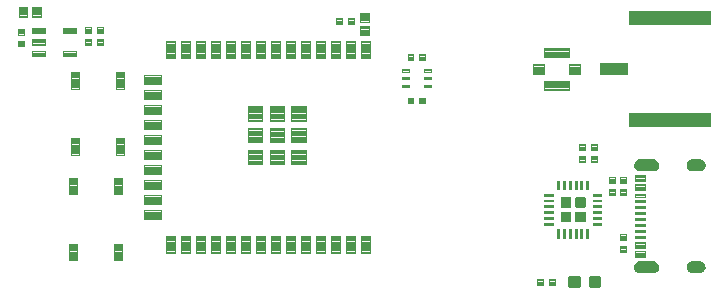
<source format=gtp>
G04 EAGLE Gerber RS-274X export*
G75*
%MOMM*%
%FSLAX34Y34*%
%LPD*%
%INSolderpaste Top*%
%IPPOS*%
%AMOC8*
5,1,8,0,0,1.08239X$1,22.5*%
G01*
%ADD10C,0.102000*%
%ADD11C,0.099000*%
%ADD12C,0.106400*%
%ADD13C,0.099059*%
%ADD14C,0.100000*%
%ADD15R,2.400000X1.100000*%
%ADD16R,7.000000X1.250000*%
%ADD17C,0.300000*%

G36*
X625307Y104196D02*
X625307Y104196D01*
X625311Y104192D01*
X626255Y104411D01*
X626261Y104417D01*
X626266Y104415D01*
X627138Y104839D01*
X627141Y104846D01*
X627147Y104844D01*
X627903Y105451D01*
X627905Y105459D01*
X627911Y105459D01*
X628512Y106219D01*
X628512Y106228D01*
X628518Y106229D01*
X628936Y107104D01*
X628934Y107112D01*
X628939Y107114D01*
X629152Y108060D01*
X629149Y108066D01*
X629151Y108068D01*
X629150Y108069D01*
X629153Y108071D01*
X629149Y109040D01*
X629149Y109041D01*
X629130Y110109D01*
X629125Y110116D01*
X629129Y110120D01*
X628873Y111157D01*
X628866Y111162D01*
X628869Y111168D01*
X628388Y112122D01*
X628381Y112126D01*
X628382Y112131D01*
X627701Y112955D01*
X627693Y112956D01*
X627693Y112962D01*
X626846Y113613D01*
X626838Y113613D01*
X626837Y113619D01*
X625866Y114066D01*
X625858Y114064D01*
X625856Y114069D01*
X624810Y114288D01*
X624808Y114287D01*
X624802Y114287D01*
X624800Y114289D01*
X612800Y114289D01*
X612797Y114287D01*
X612794Y114287D01*
X612792Y114289D01*
X611697Y114109D01*
X611691Y114103D01*
X611686Y114106D01*
X610658Y113687D01*
X610654Y113680D01*
X610649Y113682D01*
X609740Y113045D01*
X609738Y113037D01*
X609732Y113037D01*
X608988Y112214D01*
X608987Y112206D01*
X608981Y112205D01*
X608439Y111237D01*
X608440Y111228D01*
X608434Y111226D01*
X608121Y110162D01*
X608124Y110154D01*
X608119Y110151D01*
X608051Y109043D01*
X608055Y109037D01*
X608051Y109033D01*
X608221Y107925D01*
X608227Y107919D01*
X608224Y107914D01*
X608636Y106872D01*
X608643Y106868D01*
X608641Y106863D01*
X609275Y105938D01*
X609283Y105936D01*
X609282Y105930D01*
X610106Y105170D01*
X610114Y105169D01*
X610114Y105163D01*
X611086Y104606D01*
X611094Y104607D01*
X611096Y104601D01*
X612168Y104274D01*
X612176Y104277D01*
X612179Y104272D01*
X613296Y104191D01*
X613299Y104192D01*
X613300Y104191D01*
X625300Y104191D01*
X625307Y104196D01*
G37*
G36*
X624805Y17794D02*
X624805Y17794D01*
X624808Y17791D01*
X625804Y17949D01*
X625810Y17955D01*
X625815Y17952D01*
X626751Y18327D01*
X626755Y18334D01*
X626761Y18332D01*
X627590Y18906D01*
X627593Y18914D01*
X627598Y18913D01*
X628279Y19657D01*
X628280Y19666D01*
X628286Y19666D01*
X628784Y20543D01*
X628783Y20552D01*
X628788Y20554D01*
X628901Y20929D01*
X629079Y21519D01*
X629079Y21520D01*
X629078Y21522D01*
X629076Y21527D01*
X629081Y21530D01*
X629149Y22537D01*
X629148Y22539D01*
X629149Y22540D01*
X629140Y23621D01*
X629135Y23628D01*
X629139Y23632D01*
X628890Y24684D01*
X628883Y24689D01*
X628886Y24694D01*
X628409Y25664D01*
X628401Y25667D01*
X628403Y25673D01*
X627722Y26512D01*
X627714Y26514D01*
X627714Y26520D01*
X626864Y27186D01*
X626855Y27187D01*
X626854Y27192D01*
X625877Y27653D01*
X625869Y27651D01*
X625866Y27657D01*
X624811Y27888D01*
X624808Y27887D01*
X624802Y27887D01*
X624800Y27889D01*
X612800Y27889D01*
X612797Y27887D01*
X612793Y27887D01*
X612792Y27889D01*
X611686Y27696D01*
X611681Y27690D01*
X611676Y27693D01*
X610641Y27260D01*
X610637Y27253D01*
X610632Y27255D01*
X609719Y26602D01*
X609717Y26594D01*
X609711Y26595D01*
X608967Y25756D01*
X608966Y25747D01*
X608961Y25747D01*
X608422Y24763D01*
X608423Y24755D01*
X608418Y24753D01*
X608402Y24699D01*
X608221Y24059D01*
X608111Y23674D01*
X608114Y23667D01*
X608111Y23665D01*
X608111Y23664D01*
X608109Y23663D01*
X608051Y22543D01*
X608054Y22538D01*
X608051Y22535D01*
X608169Y21489D01*
X608175Y21483D01*
X608171Y21478D01*
X608519Y20484D01*
X608526Y20480D01*
X608524Y20475D01*
X609084Y19583D01*
X609091Y19581D01*
X609091Y19575D01*
X609835Y18831D01*
X609843Y18829D01*
X609843Y18824D01*
X610735Y18264D01*
X610743Y18264D01*
X610744Y18259D01*
X611738Y17911D01*
X611746Y17914D01*
X611749Y17909D01*
X612795Y17791D01*
X612798Y17793D01*
X612800Y17791D01*
X624800Y17791D01*
X624805Y17794D01*
G37*
G36*
X664106Y104195D02*
X664106Y104195D01*
X664109Y104192D01*
X665190Y104404D01*
X665195Y104410D01*
X665200Y104407D01*
X666206Y104854D01*
X666210Y104861D01*
X666216Y104859D01*
X667097Y105519D01*
X667100Y105527D01*
X667105Y105527D01*
X667818Y106366D01*
X667818Y106374D01*
X667824Y106375D01*
X668332Y107352D01*
X668331Y107360D01*
X668336Y107362D01*
X668614Y108427D01*
X668611Y108435D01*
X668615Y108438D01*
X668649Y109539D01*
X668646Y109544D01*
X668649Y109547D01*
X668494Y110623D01*
X668488Y110628D01*
X668491Y110633D01*
X668101Y111647D01*
X668094Y111651D01*
X668096Y111657D01*
X667489Y112559D01*
X667481Y112561D01*
X667482Y112567D01*
X666690Y113311D01*
X666682Y113312D01*
X666682Y113318D01*
X665744Y113867D01*
X665736Y113866D01*
X665734Y113872D01*
X664698Y114199D01*
X664690Y114196D01*
X664687Y114201D01*
X663604Y114289D01*
X663601Y114287D01*
X663600Y114289D01*
X657600Y114289D01*
X657597Y114287D01*
X657595Y114287D01*
X657594Y114289D01*
X656461Y114139D01*
X656455Y114133D01*
X656450Y114136D01*
X655380Y113738D01*
X655376Y113731D01*
X655370Y113733D01*
X654415Y113106D01*
X654412Y113098D01*
X654407Y113099D01*
X653615Y112276D01*
X653614Y112268D01*
X653608Y112267D01*
X653019Y111288D01*
X653020Y111280D01*
X653015Y111278D01*
X652659Y110193D01*
X652662Y110185D01*
X652657Y110182D01*
X652551Y109045D01*
X652556Y109036D01*
X652552Y109031D01*
X652759Y107894D01*
X652765Y107888D01*
X652762Y107883D01*
X653217Y106821D01*
X653224Y106817D01*
X653222Y106811D01*
X653902Y105876D01*
X653910Y105874D01*
X653909Y105868D01*
X654780Y105108D01*
X654788Y105108D01*
X654789Y105102D01*
X655808Y104555D01*
X655816Y104556D01*
X655818Y104551D01*
X656932Y104244D01*
X656940Y104247D01*
X656943Y104242D01*
X658098Y104191D01*
X658099Y104192D01*
X658100Y104191D01*
X664100Y104191D01*
X664106Y104195D01*
G37*
G36*
X663604Y17794D02*
X663604Y17794D01*
X663606Y17791D01*
X664739Y17941D01*
X664745Y17947D01*
X664750Y17944D01*
X665820Y18342D01*
X665824Y18349D01*
X665830Y18347D01*
X666785Y18974D01*
X666788Y18982D01*
X666793Y18981D01*
X667585Y19804D01*
X667586Y19812D01*
X667592Y19813D01*
X668181Y20792D01*
X668180Y20800D01*
X668185Y20802D01*
X668541Y21887D01*
X668539Y21895D01*
X668543Y21898D01*
X668649Y23035D01*
X668645Y23042D01*
X668649Y23047D01*
X668504Y24134D01*
X668498Y24140D01*
X668501Y24145D01*
X668118Y25173D01*
X668111Y25178D01*
X668113Y25183D01*
X667510Y26100D01*
X667502Y26103D01*
X667503Y26109D01*
X666711Y26869D01*
X666703Y26870D01*
X666702Y26876D01*
X665761Y27440D01*
X665753Y27439D01*
X665751Y27445D01*
X664708Y27786D01*
X664700Y27784D01*
X664697Y27788D01*
X663605Y27889D01*
X663602Y27887D01*
X663600Y27889D01*
X657600Y27889D01*
X657597Y27887D01*
X657596Y27889D01*
X656503Y27788D01*
X656497Y27783D01*
X656492Y27786D01*
X655449Y27445D01*
X655444Y27438D01*
X655439Y27440D01*
X654498Y26876D01*
X654495Y26868D01*
X654489Y26869D01*
X653697Y26109D01*
X653696Y26101D01*
X653690Y26100D01*
X653088Y25183D01*
X653088Y25175D01*
X653083Y25173D01*
X652699Y24145D01*
X652701Y24137D01*
X652696Y24134D01*
X652551Y23047D01*
X652555Y23039D01*
X652551Y23035D01*
X652657Y21898D01*
X652662Y21892D01*
X652659Y21887D01*
X653015Y20802D01*
X653022Y20797D01*
X653019Y20792D01*
X653608Y19813D01*
X653616Y19810D01*
X653615Y19804D01*
X654407Y18981D01*
X654415Y18980D01*
X654415Y18974D01*
X655370Y18347D01*
X655378Y18348D01*
X655380Y18342D01*
X656450Y17944D01*
X656458Y17946D01*
X656461Y17941D01*
X657594Y17791D01*
X657598Y17794D01*
X657600Y17791D01*
X663600Y17791D01*
X663604Y17794D01*
G37*
G36*
X554005Y73177D02*
X554005Y73177D01*
X554071Y73179D01*
X554114Y73197D01*
X554161Y73205D01*
X554218Y73239D01*
X554278Y73264D01*
X554313Y73295D01*
X554354Y73320D01*
X554396Y73371D01*
X554444Y73415D01*
X554466Y73457D01*
X554495Y73494D01*
X554516Y73556D01*
X554547Y73615D01*
X554555Y73669D01*
X554567Y73706D01*
X554566Y73746D01*
X554574Y73800D01*
X554574Y81300D01*
X554563Y81365D01*
X554561Y81431D01*
X554543Y81474D01*
X554535Y81521D01*
X554501Y81578D01*
X554476Y81638D01*
X554445Y81673D01*
X554420Y81714D01*
X554369Y81756D01*
X554325Y81804D01*
X554283Y81826D01*
X554246Y81855D01*
X554184Y81876D01*
X554125Y81907D01*
X554071Y81915D01*
X554034Y81927D01*
X553994Y81926D01*
X553940Y81934D01*
X546440Y81934D01*
X546375Y81923D01*
X546309Y81921D01*
X546266Y81903D01*
X546219Y81895D01*
X546162Y81861D01*
X546102Y81836D01*
X546067Y81805D01*
X546026Y81780D01*
X545985Y81729D01*
X545936Y81685D01*
X545914Y81643D01*
X545885Y81606D01*
X545864Y81544D01*
X545833Y81485D01*
X545825Y81431D01*
X545813Y81394D01*
X545814Y81354D01*
X545806Y81300D01*
X545806Y73800D01*
X545817Y73735D01*
X545819Y73669D01*
X545837Y73626D01*
X545845Y73579D01*
X545879Y73522D01*
X545904Y73462D01*
X545935Y73427D01*
X545960Y73386D01*
X546011Y73345D01*
X546055Y73296D01*
X546097Y73274D01*
X546134Y73245D01*
X546196Y73224D01*
X546255Y73193D01*
X546309Y73185D01*
X546346Y73173D01*
X546386Y73174D01*
X546440Y73166D01*
X553940Y73166D01*
X554005Y73177D01*
G37*
G36*
X566505Y73177D02*
X566505Y73177D01*
X566571Y73179D01*
X566614Y73197D01*
X566661Y73205D01*
X566718Y73239D01*
X566778Y73264D01*
X566813Y73295D01*
X566854Y73320D01*
X566896Y73371D01*
X566944Y73415D01*
X566966Y73457D01*
X566995Y73494D01*
X567016Y73556D01*
X567047Y73615D01*
X567055Y73669D01*
X567067Y73706D01*
X567066Y73746D01*
X567074Y73800D01*
X567074Y81300D01*
X567063Y81365D01*
X567061Y81431D01*
X567043Y81474D01*
X567035Y81521D01*
X567001Y81578D01*
X566976Y81638D01*
X566945Y81673D01*
X566920Y81714D01*
X566869Y81756D01*
X566825Y81804D01*
X566783Y81826D01*
X566746Y81855D01*
X566684Y81876D01*
X566625Y81907D01*
X566571Y81915D01*
X566534Y81927D01*
X566494Y81926D01*
X566440Y81934D01*
X558940Y81934D01*
X558875Y81923D01*
X558809Y81921D01*
X558766Y81903D01*
X558719Y81895D01*
X558662Y81861D01*
X558602Y81836D01*
X558567Y81805D01*
X558526Y81780D01*
X558485Y81729D01*
X558436Y81685D01*
X558414Y81643D01*
X558385Y81606D01*
X558364Y81544D01*
X558333Y81485D01*
X558325Y81431D01*
X558313Y81394D01*
X558314Y81354D01*
X558306Y81300D01*
X558306Y73800D01*
X558317Y73735D01*
X558319Y73669D01*
X558337Y73626D01*
X558345Y73579D01*
X558379Y73522D01*
X558404Y73462D01*
X558435Y73427D01*
X558460Y73386D01*
X558511Y73345D01*
X558555Y73296D01*
X558597Y73274D01*
X558634Y73245D01*
X558696Y73224D01*
X558755Y73193D01*
X558809Y73185D01*
X558846Y73173D01*
X558886Y73174D01*
X558940Y73166D01*
X566440Y73166D01*
X566505Y73177D01*
G37*
G36*
X566505Y60677D02*
X566505Y60677D01*
X566571Y60679D01*
X566614Y60697D01*
X566661Y60705D01*
X566718Y60739D01*
X566778Y60764D01*
X566813Y60795D01*
X566854Y60820D01*
X566896Y60871D01*
X566944Y60915D01*
X566966Y60957D01*
X566995Y60994D01*
X567016Y61056D01*
X567047Y61115D01*
X567055Y61169D01*
X567067Y61206D01*
X567066Y61246D01*
X567074Y61300D01*
X567074Y68800D01*
X567063Y68865D01*
X567061Y68931D01*
X567043Y68974D01*
X567035Y69021D01*
X567001Y69078D01*
X566976Y69138D01*
X566945Y69173D01*
X566920Y69214D01*
X566869Y69256D01*
X566825Y69304D01*
X566783Y69326D01*
X566746Y69355D01*
X566684Y69376D01*
X566625Y69407D01*
X566571Y69415D01*
X566534Y69427D01*
X566494Y69426D01*
X566440Y69434D01*
X558940Y69434D01*
X558875Y69423D01*
X558809Y69421D01*
X558766Y69403D01*
X558719Y69395D01*
X558662Y69361D01*
X558602Y69336D01*
X558567Y69305D01*
X558526Y69280D01*
X558485Y69229D01*
X558436Y69185D01*
X558414Y69143D01*
X558385Y69106D01*
X558364Y69044D01*
X558333Y68985D01*
X558325Y68931D01*
X558313Y68894D01*
X558314Y68854D01*
X558306Y68800D01*
X558306Y61300D01*
X558317Y61235D01*
X558319Y61169D01*
X558337Y61126D01*
X558345Y61079D01*
X558379Y61022D01*
X558404Y60962D01*
X558435Y60927D01*
X558460Y60886D01*
X558511Y60845D01*
X558555Y60796D01*
X558597Y60774D01*
X558634Y60745D01*
X558696Y60724D01*
X558755Y60693D01*
X558809Y60685D01*
X558846Y60673D01*
X558886Y60674D01*
X558940Y60666D01*
X566440Y60666D01*
X566505Y60677D01*
G37*
G36*
X554005Y60677D02*
X554005Y60677D01*
X554071Y60679D01*
X554114Y60697D01*
X554161Y60705D01*
X554218Y60739D01*
X554278Y60764D01*
X554313Y60795D01*
X554354Y60820D01*
X554396Y60871D01*
X554444Y60915D01*
X554466Y60957D01*
X554495Y60994D01*
X554516Y61056D01*
X554547Y61115D01*
X554555Y61169D01*
X554567Y61206D01*
X554566Y61246D01*
X554574Y61300D01*
X554574Y68800D01*
X554563Y68865D01*
X554561Y68931D01*
X554543Y68974D01*
X554535Y69021D01*
X554501Y69078D01*
X554476Y69138D01*
X554445Y69173D01*
X554420Y69214D01*
X554369Y69256D01*
X554325Y69304D01*
X554283Y69326D01*
X554246Y69355D01*
X554184Y69376D01*
X554125Y69407D01*
X554071Y69415D01*
X554034Y69427D01*
X553994Y69426D01*
X553940Y69434D01*
X546440Y69434D01*
X546375Y69423D01*
X546309Y69421D01*
X546266Y69403D01*
X546219Y69395D01*
X546162Y69361D01*
X546102Y69336D01*
X546067Y69305D01*
X546026Y69280D01*
X545985Y69229D01*
X545936Y69185D01*
X545914Y69143D01*
X545885Y69106D01*
X545864Y69044D01*
X545833Y68985D01*
X545825Y68931D01*
X545813Y68894D01*
X545814Y68854D01*
X545806Y68800D01*
X545806Y61300D01*
X545817Y61235D01*
X545819Y61169D01*
X545837Y61126D01*
X545845Y61079D01*
X545879Y61022D01*
X545904Y60962D01*
X545935Y60927D01*
X545960Y60886D01*
X546011Y60845D01*
X546055Y60796D01*
X546097Y60774D01*
X546134Y60745D01*
X546196Y60724D01*
X546255Y60693D01*
X546309Y60685D01*
X546346Y60673D01*
X546386Y60674D01*
X546440Y60666D01*
X553940Y60666D01*
X554005Y60677D01*
G37*
G36*
X565187Y87887D02*
X565187Y87887D01*
X565182Y87894D01*
X565189Y87900D01*
X565189Y95700D01*
X565153Y95747D01*
X565146Y95742D01*
X565140Y95749D01*
X562740Y95749D01*
X562693Y95713D01*
X562698Y95706D01*
X562691Y95700D01*
X562691Y87900D01*
X562727Y87853D01*
X562734Y87858D01*
X562740Y87851D01*
X565140Y87851D01*
X565187Y87887D01*
G37*
G36*
X555187Y87887D02*
X555187Y87887D01*
X555182Y87894D01*
X555189Y87900D01*
X555189Y95700D01*
X555153Y95747D01*
X555146Y95742D01*
X555140Y95749D01*
X552740Y95749D01*
X552693Y95713D01*
X552698Y95706D01*
X552691Y95700D01*
X552691Y87900D01*
X552727Y87853D01*
X552734Y87858D01*
X552740Y87851D01*
X555140Y87851D01*
X555187Y87887D01*
G37*
G36*
X560187Y87887D02*
X560187Y87887D01*
X560182Y87894D01*
X560189Y87900D01*
X560189Y95700D01*
X560153Y95747D01*
X560146Y95742D01*
X560140Y95749D01*
X557740Y95749D01*
X557693Y95713D01*
X557698Y95706D01*
X557691Y95700D01*
X557691Y87900D01*
X557727Y87853D01*
X557734Y87858D01*
X557740Y87851D01*
X560140Y87851D01*
X560187Y87887D01*
G37*
G36*
X545187Y87887D02*
X545187Y87887D01*
X545182Y87894D01*
X545189Y87900D01*
X545189Y95700D01*
X545153Y95747D01*
X545146Y95742D01*
X545140Y95749D01*
X542740Y95749D01*
X542693Y95713D01*
X542698Y95706D01*
X542691Y95700D01*
X542691Y87900D01*
X542727Y87853D01*
X542734Y87858D01*
X542740Y87851D01*
X545140Y87851D01*
X545187Y87887D01*
G37*
G36*
X550187Y87887D02*
X550187Y87887D01*
X550182Y87894D01*
X550189Y87900D01*
X550189Y95700D01*
X550153Y95747D01*
X550146Y95742D01*
X550140Y95749D01*
X547740Y95749D01*
X547693Y95713D01*
X547698Y95706D01*
X547691Y95700D01*
X547691Y87900D01*
X547727Y87853D01*
X547734Y87858D01*
X547740Y87851D01*
X550140Y87851D01*
X550187Y87887D01*
G37*
G36*
X570187Y87887D02*
X570187Y87887D01*
X570182Y87894D01*
X570189Y87900D01*
X570189Y95700D01*
X570153Y95747D01*
X570146Y95742D01*
X570140Y95749D01*
X567740Y95749D01*
X567693Y95713D01*
X567698Y95706D01*
X567691Y95700D01*
X567691Y87900D01*
X567727Y87853D01*
X567734Y87858D01*
X567740Y87851D01*
X570140Y87851D01*
X570187Y87887D01*
G37*
G36*
X539887Y82587D02*
X539887Y82587D01*
X539882Y82594D01*
X539889Y82600D01*
X539889Y85000D01*
X539853Y85047D01*
X539846Y85042D01*
X539840Y85049D01*
X532040Y85049D01*
X531993Y85013D01*
X531998Y85006D01*
X531991Y85000D01*
X531991Y82600D01*
X532027Y82553D01*
X532034Y82558D01*
X532040Y82551D01*
X539840Y82551D01*
X539887Y82587D01*
G37*
G36*
X580887Y82587D02*
X580887Y82587D01*
X580882Y82594D01*
X580889Y82600D01*
X580889Y85000D01*
X580853Y85047D01*
X580846Y85042D01*
X580840Y85049D01*
X573040Y85049D01*
X572993Y85013D01*
X572998Y85006D01*
X572991Y85000D01*
X572991Y82600D01*
X573027Y82553D01*
X573034Y82558D01*
X573040Y82551D01*
X580840Y82551D01*
X580887Y82587D01*
G37*
G36*
X580887Y77587D02*
X580887Y77587D01*
X580882Y77594D01*
X580889Y77600D01*
X580889Y80000D01*
X580853Y80047D01*
X580846Y80042D01*
X580840Y80049D01*
X573040Y80049D01*
X572993Y80013D01*
X572998Y80006D01*
X572991Y80000D01*
X572991Y77600D01*
X573027Y77553D01*
X573034Y77558D01*
X573040Y77551D01*
X580840Y77551D01*
X580887Y77587D01*
G37*
G36*
X539887Y77587D02*
X539887Y77587D01*
X539882Y77594D01*
X539889Y77600D01*
X539889Y80000D01*
X539853Y80047D01*
X539846Y80042D01*
X539840Y80049D01*
X532040Y80049D01*
X531993Y80013D01*
X531998Y80006D01*
X531991Y80000D01*
X531991Y77600D01*
X532027Y77553D01*
X532034Y77558D01*
X532040Y77551D01*
X539840Y77551D01*
X539887Y77587D01*
G37*
G36*
X539887Y72587D02*
X539887Y72587D01*
X539882Y72594D01*
X539889Y72600D01*
X539889Y75000D01*
X539853Y75047D01*
X539846Y75042D01*
X539840Y75049D01*
X532040Y75049D01*
X531993Y75013D01*
X531998Y75006D01*
X531991Y75000D01*
X531991Y72600D01*
X532027Y72553D01*
X532034Y72558D01*
X532040Y72551D01*
X539840Y72551D01*
X539887Y72587D01*
G37*
G36*
X580887Y72587D02*
X580887Y72587D01*
X580882Y72594D01*
X580889Y72600D01*
X580889Y75000D01*
X580853Y75047D01*
X580846Y75042D01*
X580840Y75049D01*
X573040Y75049D01*
X572993Y75013D01*
X572998Y75006D01*
X572991Y75000D01*
X572991Y72600D01*
X573027Y72553D01*
X573034Y72558D01*
X573040Y72551D01*
X580840Y72551D01*
X580887Y72587D01*
G37*
G36*
X539887Y67587D02*
X539887Y67587D01*
X539882Y67594D01*
X539889Y67600D01*
X539889Y70000D01*
X539853Y70047D01*
X539846Y70042D01*
X539840Y70049D01*
X532040Y70049D01*
X531993Y70013D01*
X531998Y70006D01*
X531991Y70000D01*
X531991Y67600D01*
X532027Y67553D01*
X532034Y67558D01*
X532040Y67551D01*
X539840Y67551D01*
X539887Y67587D01*
G37*
G36*
X580887Y67587D02*
X580887Y67587D01*
X580882Y67594D01*
X580889Y67600D01*
X580889Y70000D01*
X580853Y70047D01*
X580846Y70042D01*
X580840Y70049D01*
X573040Y70049D01*
X572993Y70013D01*
X572998Y70006D01*
X572991Y70000D01*
X572991Y67600D01*
X573027Y67553D01*
X573034Y67558D01*
X573040Y67551D01*
X580840Y67551D01*
X580887Y67587D01*
G37*
G36*
X580887Y62587D02*
X580887Y62587D01*
X580882Y62594D01*
X580889Y62600D01*
X580889Y65000D01*
X580853Y65047D01*
X580846Y65042D01*
X580840Y65049D01*
X573040Y65049D01*
X572993Y65013D01*
X572998Y65006D01*
X572991Y65000D01*
X572991Y62600D01*
X573027Y62553D01*
X573034Y62558D01*
X573040Y62551D01*
X580840Y62551D01*
X580887Y62587D01*
G37*
G36*
X539887Y62587D02*
X539887Y62587D01*
X539882Y62594D01*
X539889Y62600D01*
X539889Y65000D01*
X539853Y65047D01*
X539846Y65042D01*
X539840Y65049D01*
X532040Y65049D01*
X531993Y65013D01*
X531998Y65006D01*
X531991Y65000D01*
X531991Y62600D01*
X532027Y62553D01*
X532034Y62558D01*
X532040Y62551D01*
X539840Y62551D01*
X539887Y62587D01*
G37*
G36*
X580887Y57587D02*
X580887Y57587D01*
X580882Y57594D01*
X580889Y57600D01*
X580889Y60000D01*
X580853Y60047D01*
X580846Y60042D01*
X580840Y60049D01*
X573040Y60049D01*
X572993Y60013D01*
X572998Y60006D01*
X572991Y60000D01*
X572991Y57600D01*
X573027Y57553D01*
X573034Y57558D01*
X573040Y57551D01*
X580840Y57551D01*
X580887Y57587D01*
G37*
G36*
X539887Y57587D02*
X539887Y57587D01*
X539882Y57594D01*
X539889Y57600D01*
X539889Y60000D01*
X539853Y60047D01*
X539846Y60042D01*
X539840Y60049D01*
X532040Y60049D01*
X531993Y60013D01*
X531998Y60006D01*
X531991Y60000D01*
X531991Y57600D01*
X532027Y57553D01*
X532034Y57558D01*
X532040Y57551D01*
X539840Y57551D01*
X539887Y57587D01*
G37*
G36*
X565187Y46887D02*
X565187Y46887D01*
X565182Y46894D01*
X565189Y46900D01*
X565189Y54700D01*
X565153Y54747D01*
X565146Y54742D01*
X565140Y54749D01*
X562740Y54749D01*
X562693Y54713D01*
X562698Y54706D01*
X562691Y54700D01*
X562691Y46900D01*
X562727Y46853D01*
X562734Y46858D01*
X562740Y46851D01*
X565140Y46851D01*
X565187Y46887D01*
G37*
G36*
X555187Y46887D02*
X555187Y46887D01*
X555182Y46894D01*
X555189Y46900D01*
X555189Y54700D01*
X555153Y54747D01*
X555146Y54742D01*
X555140Y54749D01*
X552740Y54749D01*
X552693Y54713D01*
X552698Y54706D01*
X552691Y54700D01*
X552691Y46900D01*
X552727Y46853D01*
X552734Y46858D01*
X552740Y46851D01*
X555140Y46851D01*
X555187Y46887D01*
G37*
G36*
X545187Y46887D02*
X545187Y46887D01*
X545182Y46894D01*
X545189Y46900D01*
X545189Y54700D01*
X545153Y54747D01*
X545146Y54742D01*
X545140Y54749D01*
X542740Y54749D01*
X542693Y54713D01*
X542698Y54706D01*
X542691Y54700D01*
X542691Y46900D01*
X542727Y46853D01*
X542734Y46858D01*
X542740Y46851D01*
X545140Y46851D01*
X545187Y46887D01*
G37*
G36*
X550187Y46887D02*
X550187Y46887D01*
X550182Y46894D01*
X550189Y46900D01*
X550189Y54700D01*
X550153Y54747D01*
X550146Y54742D01*
X550140Y54749D01*
X547740Y54749D01*
X547693Y54713D01*
X547698Y54706D01*
X547691Y54700D01*
X547691Y46900D01*
X547727Y46853D01*
X547734Y46858D01*
X547740Y46851D01*
X550140Y46851D01*
X550187Y46887D01*
G37*
G36*
X570187Y46887D02*
X570187Y46887D01*
X570182Y46894D01*
X570189Y46900D01*
X570189Y54700D01*
X570153Y54747D01*
X570146Y54742D01*
X570140Y54749D01*
X567740Y54749D01*
X567693Y54713D01*
X567698Y54706D01*
X567691Y54700D01*
X567691Y46900D01*
X567727Y46853D01*
X567734Y46858D01*
X567740Y46851D01*
X570140Y46851D01*
X570187Y46887D01*
G37*
G36*
X560187Y46887D02*
X560187Y46887D01*
X560182Y46894D01*
X560189Y46900D01*
X560189Y54700D01*
X560153Y54747D01*
X560146Y54742D01*
X560140Y54749D01*
X557740Y54749D01*
X557693Y54713D01*
X557698Y54706D01*
X557691Y54700D01*
X557691Y46900D01*
X557727Y46853D01*
X557734Y46858D01*
X557740Y46851D01*
X560140Y46851D01*
X560187Y46887D01*
G37*
D10*
X421259Y198170D02*
X416279Y198170D01*
X416279Y203150D01*
X421259Y203150D01*
X421259Y198170D01*
X421259Y199139D02*
X416279Y199139D01*
X416279Y200108D02*
X421259Y200108D01*
X421259Y201077D02*
X416279Y201077D01*
X416279Y202046D02*
X421259Y202046D01*
X421259Y203015D02*
X416279Y203015D01*
X426279Y198170D02*
X431259Y198170D01*
X426279Y198170D02*
X426279Y203150D01*
X431259Y203150D01*
X431259Y198170D01*
X431259Y199139D02*
X426279Y199139D01*
X426279Y200108D02*
X431259Y200108D01*
X431259Y201077D02*
X426279Y201077D01*
X426279Y202046D02*
X431259Y202046D01*
X431259Y203015D02*
X426279Y203015D01*
X426279Y166320D02*
X431259Y166320D01*
X431259Y161340D01*
X426279Y161340D01*
X426279Y166320D01*
X426279Y162309D02*
X431259Y162309D01*
X431259Y163278D02*
X426279Y163278D01*
X426279Y164247D02*
X431259Y164247D01*
X431259Y165216D02*
X426279Y165216D01*
X426279Y166185D02*
X431259Y166185D01*
X421259Y166320D02*
X416279Y166320D01*
X421259Y166320D02*
X421259Y161340D01*
X416279Y161340D01*
X416279Y166320D01*
X416279Y162309D02*
X421259Y162309D01*
X421259Y163278D02*
X416279Y163278D01*
X416279Y164247D02*
X421259Y164247D01*
X421259Y165216D02*
X416279Y165216D01*
X416279Y166185D02*
X421259Y166185D01*
X430279Y175390D02*
X430279Y177370D01*
X435859Y177370D01*
X435859Y175390D01*
X430279Y175390D01*
X430279Y176359D02*
X435859Y176359D01*
X435859Y177328D02*
X430279Y177328D01*
X417459Y181890D02*
X417459Y183870D01*
X417459Y181890D02*
X411879Y181890D01*
X411879Y183870D01*
X417459Y183870D01*
X417459Y182859D02*
X411879Y182859D01*
X411879Y183828D02*
X417459Y183828D01*
X417459Y188390D02*
X417459Y190370D01*
X417459Y188390D02*
X411879Y188390D01*
X411879Y190370D01*
X417459Y190370D01*
X417459Y189359D02*
X411879Y189359D01*
X411879Y190328D02*
X417459Y190328D01*
X417459Y177370D02*
X417459Y175390D01*
X411879Y175390D01*
X411879Y177370D01*
X417459Y177370D01*
X417459Y176359D02*
X411879Y176359D01*
X411879Y177328D02*
X417459Y177328D01*
X430279Y181890D02*
X430279Y183870D01*
X435859Y183870D01*
X435859Y181890D01*
X430279Y181890D01*
X430279Y182859D02*
X435859Y182859D01*
X435859Y183828D02*
X430279Y183828D01*
X430279Y188390D02*
X430279Y190370D01*
X435859Y190370D01*
X435859Y188390D01*
X430279Y188390D01*
X430279Y189359D02*
X435859Y189359D01*
X435859Y190328D02*
X430279Y190328D01*
X153720Y220950D02*
X153720Y225930D01*
X158700Y225930D01*
X158700Y220950D01*
X153720Y220950D01*
X153720Y221919D02*
X158700Y221919D01*
X158700Y222888D02*
X153720Y222888D01*
X153720Y223857D02*
X158700Y223857D01*
X158700Y224826D02*
X153720Y224826D01*
X153720Y225795D02*
X158700Y225795D01*
X153720Y215930D02*
X153720Y210950D01*
X153720Y215930D02*
X158700Y215930D01*
X158700Y210950D01*
X153720Y210950D01*
X153720Y211919D02*
X158700Y211919D01*
X158700Y212888D02*
X153720Y212888D01*
X153720Y213857D02*
X158700Y213857D01*
X158700Y214826D02*
X153720Y214826D01*
X153720Y215795D02*
X158700Y215795D01*
X148540Y215930D02*
X148540Y210950D01*
X143560Y210950D01*
X143560Y215930D01*
X148540Y215930D01*
X148540Y211919D02*
X143560Y211919D01*
X143560Y212888D02*
X148540Y212888D01*
X148540Y213857D02*
X143560Y213857D01*
X143560Y214826D02*
X148540Y214826D01*
X148540Y215795D02*
X143560Y215795D01*
X148540Y220950D02*
X148540Y225930D01*
X148540Y220950D02*
X143560Y220950D01*
X143560Y225930D01*
X148540Y225930D01*
X148540Y221919D02*
X143560Y221919D01*
X143560Y222888D02*
X148540Y222888D01*
X148540Y223857D02*
X143560Y223857D01*
X143560Y224826D02*
X148540Y224826D01*
X148540Y225795D02*
X143560Y225795D01*
D11*
X98334Y225115D02*
X98334Y220605D01*
X98334Y225115D02*
X109344Y225115D01*
X109344Y220605D01*
X98334Y220605D01*
X98334Y221545D02*
X109344Y221545D01*
X109344Y222485D02*
X98334Y222485D01*
X98334Y223425D02*
X109344Y223425D01*
X109344Y224365D02*
X98334Y224365D01*
X98334Y215615D02*
X98334Y211105D01*
X98334Y215615D02*
X109344Y215615D01*
X109344Y211105D01*
X98334Y211105D01*
X98334Y212045D02*
X109344Y212045D01*
X109344Y212985D02*
X98334Y212985D01*
X98334Y213925D02*
X109344Y213925D01*
X109344Y214865D02*
X98334Y214865D01*
X98334Y206115D02*
X98334Y201605D01*
X98334Y206115D02*
X109344Y206115D01*
X109344Y201605D01*
X98334Y201605D01*
X98334Y202545D02*
X109344Y202545D01*
X109344Y203485D02*
X98334Y203485D01*
X98334Y204425D02*
X109344Y204425D01*
X109344Y205365D02*
X98334Y205365D01*
X124336Y206115D02*
X124336Y201605D01*
X124336Y206115D02*
X135346Y206115D01*
X135346Y201605D01*
X124336Y201605D01*
X124336Y202545D02*
X135346Y202545D01*
X135346Y203485D02*
X124336Y203485D01*
X124336Y204425D02*
X135346Y204425D01*
X135346Y205365D02*
X124336Y205365D01*
X124336Y220605D02*
X124336Y225115D01*
X135346Y225115D01*
X135346Y220605D01*
X124336Y220605D01*
X124336Y221545D02*
X135346Y221545D01*
X135346Y222485D02*
X124336Y222485D01*
X124336Y223425D02*
X135346Y223425D01*
X135346Y224365D02*
X124336Y224365D01*
D10*
X86410Y224660D02*
X86410Y219680D01*
X86410Y224660D02*
X91390Y224660D01*
X91390Y219680D01*
X86410Y219680D01*
X86410Y220649D02*
X91390Y220649D01*
X91390Y221618D02*
X86410Y221618D01*
X86410Y222587D02*
X91390Y222587D01*
X91390Y223556D02*
X86410Y223556D01*
X86410Y224525D02*
X91390Y224525D01*
X86410Y214660D02*
X86410Y209680D01*
X86410Y214660D02*
X91390Y214660D01*
X91390Y209680D01*
X86410Y209680D01*
X86410Y210649D02*
X91390Y210649D01*
X91390Y211618D02*
X86410Y211618D01*
X86410Y212587D02*
X91390Y212587D01*
X91390Y213556D02*
X86410Y213556D01*
X86410Y214525D02*
X91390Y214525D01*
X98580Y242750D02*
X106060Y242750D01*
X106060Y234770D01*
X98580Y234770D01*
X98580Y242750D01*
X98580Y235739D02*
X106060Y235739D01*
X106060Y236708D02*
X98580Y236708D01*
X98580Y237677D02*
X106060Y237677D01*
X106060Y238646D02*
X98580Y238646D01*
X98580Y239615D02*
X106060Y239615D01*
X106060Y240584D02*
X98580Y240584D01*
X98580Y241553D02*
X106060Y241553D01*
X106060Y242522D02*
X98580Y242522D01*
X94460Y242750D02*
X86980Y242750D01*
X94460Y242750D02*
X94460Y234770D01*
X86980Y234770D01*
X86980Y242750D01*
X86980Y235739D02*
X94460Y235739D01*
X94460Y236708D02*
X86980Y236708D01*
X86980Y237677D02*
X94460Y237677D01*
X94460Y238646D02*
X86980Y238646D01*
X86980Y239615D02*
X94460Y239615D01*
X94460Y240584D02*
X86980Y240584D01*
X86980Y241553D02*
X94460Y241553D01*
X94460Y242522D02*
X86980Y242522D01*
X355730Y228650D02*
X360710Y228650D01*
X355730Y228650D02*
X355730Y233630D01*
X360710Y233630D01*
X360710Y228650D01*
X360710Y229619D02*
X355730Y229619D01*
X355730Y230588D02*
X360710Y230588D01*
X360710Y231557D02*
X355730Y231557D01*
X355730Y232526D02*
X360710Y232526D01*
X360710Y233495D02*
X355730Y233495D01*
X365730Y228650D02*
X370710Y228650D01*
X365730Y228650D02*
X365730Y233630D01*
X370710Y233630D01*
X370710Y228650D01*
X370710Y229619D02*
X365730Y229619D01*
X365730Y230588D02*
X370710Y230588D01*
X370710Y231557D02*
X365730Y231557D01*
X365730Y232526D02*
X370710Y232526D01*
X370710Y233495D02*
X365730Y233495D01*
D11*
X376525Y199835D02*
X384535Y199835D01*
X376525Y199835D02*
X376525Y213845D01*
X384535Y213845D01*
X384535Y199835D01*
X384535Y200775D02*
X376525Y200775D01*
X376525Y201715D02*
X384535Y201715D01*
X384535Y202655D02*
X376525Y202655D01*
X376525Y203595D02*
X384535Y203595D01*
X384535Y204535D02*
X376525Y204535D01*
X376525Y205475D02*
X384535Y205475D01*
X384535Y206415D02*
X376525Y206415D01*
X376525Y207355D02*
X384535Y207355D01*
X384535Y208295D02*
X376525Y208295D01*
X376525Y209235D02*
X384535Y209235D01*
X384535Y210175D02*
X376525Y210175D01*
X376525Y211115D02*
X384535Y211115D01*
X384535Y212055D02*
X376525Y212055D01*
X376525Y212995D02*
X384535Y212995D01*
X371835Y199835D02*
X363825Y199835D01*
X363825Y213845D01*
X371835Y213845D01*
X371835Y199835D01*
X371835Y200775D02*
X363825Y200775D01*
X363825Y201715D02*
X371835Y201715D01*
X371835Y202655D02*
X363825Y202655D01*
X363825Y203595D02*
X371835Y203595D01*
X371835Y204535D02*
X363825Y204535D01*
X363825Y205475D02*
X371835Y205475D01*
X371835Y206415D02*
X363825Y206415D01*
X363825Y207355D02*
X371835Y207355D01*
X371835Y208295D02*
X363825Y208295D01*
X363825Y209235D02*
X371835Y209235D01*
X371835Y210175D02*
X363825Y210175D01*
X363825Y211115D02*
X371835Y211115D01*
X371835Y212055D02*
X363825Y212055D01*
X363825Y212995D02*
X371835Y212995D01*
X359135Y199835D02*
X351125Y199835D01*
X351125Y213845D01*
X359135Y213845D01*
X359135Y199835D01*
X359135Y200775D02*
X351125Y200775D01*
X351125Y201715D02*
X359135Y201715D01*
X359135Y202655D02*
X351125Y202655D01*
X351125Y203595D02*
X359135Y203595D01*
X359135Y204535D02*
X351125Y204535D01*
X351125Y205475D02*
X359135Y205475D01*
X359135Y206415D02*
X351125Y206415D01*
X351125Y207355D02*
X359135Y207355D01*
X359135Y208295D02*
X351125Y208295D01*
X351125Y209235D02*
X359135Y209235D01*
X359135Y210175D02*
X351125Y210175D01*
X351125Y211115D02*
X359135Y211115D01*
X359135Y212055D02*
X351125Y212055D01*
X351125Y212995D02*
X359135Y212995D01*
X346435Y199835D02*
X338425Y199835D01*
X338425Y213845D01*
X346435Y213845D01*
X346435Y199835D01*
X346435Y200775D02*
X338425Y200775D01*
X338425Y201715D02*
X346435Y201715D01*
X346435Y202655D02*
X338425Y202655D01*
X338425Y203595D02*
X346435Y203595D01*
X346435Y204535D02*
X338425Y204535D01*
X338425Y205475D02*
X346435Y205475D01*
X346435Y206415D02*
X338425Y206415D01*
X338425Y207355D02*
X346435Y207355D01*
X346435Y208295D02*
X338425Y208295D01*
X338425Y209235D02*
X346435Y209235D01*
X346435Y210175D02*
X338425Y210175D01*
X338425Y211115D02*
X346435Y211115D01*
X346435Y212055D02*
X338425Y212055D01*
X338425Y212995D02*
X346435Y212995D01*
X333735Y199835D02*
X325725Y199835D01*
X325725Y213845D01*
X333735Y213845D01*
X333735Y199835D01*
X333735Y200775D02*
X325725Y200775D01*
X325725Y201715D02*
X333735Y201715D01*
X333735Y202655D02*
X325725Y202655D01*
X325725Y203595D02*
X333735Y203595D01*
X333735Y204535D02*
X325725Y204535D01*
X325725Y205475D02*
X333735Y205475D01*
X333735Y206415D02*
X325725Y206415D01*
X325725Y207355D02*
X333735Y207355D01*
X333735Y208295D02*
X325725Y208295D01*
X325725Y209235D02*
X333735Y209235D01*
X333735Y210175D02*
X325725Y210175D01*
X325725Y211115D02*
X333735Y211115D01*
X333735Y212055D02*
X325725Y212055D01*
X325725Y212995D02*
X333735Y212995D01*
X321035Y199835D02*
X313025Y199835D01*
X313025Y213845D01*
X321035Y213845D01*
X321035Y199835D01*
X321035Y200775D02*
X313025Y200775D01*
X313025Y201715D02*
X321035Y201715D01*
X321035Y202655D02*
X313025Y202655D01*
X313025Y203595D02*
X321035Y203595D01*
X321035Y204535D02*
X313025Y204535D01*
X313025Y205475D02*
X321035Y205475D01*
X321035Y206415D02*
X313025Y206415D01*
X313025Y207355D02*
X321035Y207355D01*
X321035Y208295D02*
X313025Y208295D01*
X313025Y209235D02*
X321035Y209235D01*
X321035Y210175D02*
X313025Y210175D01*
X313025Y211115D02*
X321035Y211115D01*
X321035Y212055D02*
X313025Y212055D01*
X313025Y212995D02*
X321035Y212995D01*
X308335Y199835D02*
X300325Y199835D01*
X300325Y213845D01*
X308335Y213845D01*
X308335Y199835D01*
X308335Y200775D02*
X300325Y200775D01*
X300325Y201715D02*
X308335Y201715D01*
X308335Y202655D02*
X300325Y202655D01*
X300325Y203595D02*
X308335Y203595D01*
X308335Y204535D02*
X300325Y204535D01*
X300325Y205475D02*
X308335Y205475D01*
X308335Y206415D02*
X300325Y206415D01*
X300325Y207355D02*
X308335Y207355D01*
X308335Y208295D02*
X300325Y208295D01*
X300325Y209235D02*
X308335Y209235D01*
X308335Y210175D02*
X300325Y210175D01*
X300325Y211115D02*
X308335Y211115D01*
X308335Y212055D02*
X300325Y212055D01*
X300325Y212995D02*
X308335Y212995D01*
X295635Y199835D02*
X287625Y199835D01*
X287625Y213845D01*
X295635Y213845D01*
X295635Y199835D01*
X295635Y200775D02*
X287625Y200775D01*
X287625Y201715D02*
X295635Y201715D01*
X295635Y202655D02*
X287625Y202655D01*
X287625Y203595D02*
X295635Y203595D01*
X295635Y204535D02*
X287625Y204535D01*
X287625Y205475D02*
X295635Y205475D01*
X295635Y206415D02*
X287625Y206415D01*
X287625Y207355D02*
X295635Y207355D01*
X295635Y208295D02*
X287625Y208295D01*
X287625Y209235D02*
X295635Y209235D01*
X295635Y210175D02*
X287625Y210175D01*
X287625Y211115D02*
X295635Y211115D01*
X295635Y212055D02*
X287625Y212055D01*
X287625Y212995D02*
X295635Y212995D01*
X282935Y199835D02*
X274925Y199835D01*
X274925Y213845D01*
X282935Y213845D01*
X282935Y199835D01*
X282935Y200775D02*
X274925Y200775D01*
X274925Y201715D02*
X282935Y201715D01*
X282935Y202655D02*
X274925Y202655D01*
X274925Y203595D02*
X282935Y203595D01*
X282935Y204535D02*
X274925Y204535D01*
X274925Y205475D02*
X282935Y205475D01*
X282935Y206415D02*
X274925Y206415D01*
X274925Y207355D02*
X282935Y207355D01*
X282935Y208295D02*
X274925Y208295D01*
X274925Y209235D02*
X282935Y209235D01*
X282935Y210175D02*
X274925Y210175D01*
X274925Y211115D02*
X282935Y211115D01*
X282935Y212055D02*
X274925Y212055D01*
X274925Y212995D02*
X282935Y212995D01*
X270235Y199835D02*
X262225Y199835D01*
X262225Y213845D01*
X270235Y213845D01*
X270235Y199835D01*
X270235Y200775D02*
X262225Y200775D01*
X262225Y201715D02*
X270235Y201715D01*
X270235Y202655D02*
X262225Y202655D01*
X262225Y203595D02*
X270235Y203595D01*
X270235Y204535D02*
X262225Y204535D01*
X262225Y205475D02*
X270235Y205475D01*
X270235Y206415D02*
X262225Y206415D01*
X262225Y207355D02*
X270235Y207355D01*
X270235Y208295D02*
X262225Y208295D01*
X262225Y209235D02*
X270235Y209235D01*
X270235Y210175D02*
X262225Y210175D01*
X262225Y211115D02*
X270235Y211115D01*
X270235Y212055D02*
X262225Y212055D01*
X262225Y212995D02*
X270235Y212995D01*
X257535Y199835D02*
X249525Y199835D01*
X249525Y213845D01*
X257535Y213845D01*
X257535Y199835D01*
X257535Y200775D02*
X249525Y200775D01*
X249525Y201715D02*
X257535Y201715D01*
X257535Y202655D02*
X249525Y202655D01*
X249525Y203595D02*
X257535Y203595D01*
X257535Y204535D02*
X249525Y204535D01*
X249525Y205475D02*
X257535Y205475D01*
X257535Y206415D02*
X249525Y206415D01*
X249525Y207355D02*
X257535Y207355D01*
X257535Y208295D02*
X249525Y208295D01*
X249525Y209235D02*
X257535Y209235D01*
X257535Y210175D02*
X249525Y210175D01*
X249525Y211115D02*
X257535Y211115D01*
X257535Y212055D02*
X249525Y212055D01*
X249525Y212995D02*
X257535Y212995D01*
X244835Y199835D02*
X236825Y199835D01*
X236825Y213845D01*
X244835Y213845D01*
X244835Y199835D01*
X244835Y200775D02*
X236825Y200775D01*
X236825Y201715D02*
X244835Y201715D01*
X244835Y202655D02*
X236825Y202655D01*
X236825Y203595D02*
X244835Y203595D01*
X244835Y204535D02*
X236825Y204535D01*
X236825Y205475D02*
X244835Y205475D01*
X244835Y206415D02*
X236825Y206415D01*
X236825Y207355D02*
X244835Y207355D01*
X244835Y208295D02*
X236825Y208295D01*
X236825Y209235D02*
X244835Y209235D01*
X244835Y210175D02*
X236825Y210175D01*
X236825Y211115D02*
X244835Y211115D01*
X244835Y212055D02*
X236825Y212055D01*
X236825Y212995D02*
X244835Y212995D01*
X232135Y199835D02*
X224125Y199835D01*
X224125Y213845D01*
X232135Y213845D01*
X232135Y199835D01*
X232135Y200775D02*
X224125Y200775D01*
X224125Y201715D02*
X232135Y201715D01*
X232135Y202655D02*
X224125Y202655D01*
X224125Y203595D02*
X232135Y203595D01*
X232135Y204535D02*
X224125Y204535D01*
X224125Y205475D02*
X232135Y205475D01*
X232135Y206415D02*
X224125Y206415D01*
X224125Y207355D02*
X232135Y207355D01*
X232135Y208295D02*
X224125Y208295D01*
X224125Y209235D02*
X232135Y209235D01*
X232135Y210175D02*
X224125Y210175D01*
X224125Y211115D02*
X232135Y211115D01*
X232135Y212055D02*
X224125Y212055D01*
X224125Y212995D02*
X232135Y212995D01*
X219435Y199835D02*
X211425Y199835D01*
X211425Y213845D01*
X219435Y213845D01*
X219435Y199835D01*
X219435Y200775D02*
X211425Y200775D01*
X211425Y201715D02*
X219435Y201715D01*
X219435Y202655D02*
X211425Y202655D01*
X211425Y203595D02*
X219435Y203595D01*
X219435Y204535D02*
X211425Y204535D01*
X211425Y205475D02*
X219435Y205475D01*
X219435Y206415D02*
X211425Y206415D01*
X211425Y207355D02*
X219435Y207355D01*
X219435Y208295D02*
X211425Y208295D01*
X211425Y209235D02*
X219435Y209235D01*
X219435Y210175D02*
X211425Y210175D01*
X211425Y211115D02*
X219435Y211115D01*
X219435Y212055D02*
X211425Y212055D01*
X211425Y212995D02*
X219435Y212995D01*
X207535Y185615D02*
X207535Y177605D01*
X193525Y177605D01*
X193525Y185615D01*
X207535Y185615D01*
X207535Y178545D02*
X193525Y178545D01*
X193525Y179485D02*
X207535Y179485D01*
X207535Y180425D02*
X193525Y180425D01*
X193525Y181365D02*
X207535Y181365D01*
X207535Y182305D02*
X193525Y182305D01*
X193525Y183245D02*
X207535Y183245D01*
X207535Y184185D02*
X193525Y184185D01*
X193525Y185125D02*
X207535Y185125D01*
X207535Y172915D02*
X207535Y164905D01*
X193525Y164905D01*
X193525Y172915D01*
X207535Y172915D01*
X207535Y165845D02*
X193525Y165845D01*
X193525Y166785D02*
X207535Y166785D01*
X207535Y167725D02*
X193525Y167725D01*
X193525Y168665D02*
X207535Y168665D01*
X207535Y169605D02*
X193525Y169605D01*
X193525Y170545D02*
X207535Y170545D01*
X207535Y171485D02*
X193525Y171485D01*
X193525Y172425D02*
X207535Y172425D01*
X207535Y160215D02*
X207535Y152205D01*
X193525Y152205D01*
X193525Y160215D01*
X207535Y160215D01*
X207535Y153145D02*
X193525Y153145D01*
X193525Y154085D02*
X207535Y154085D01*
X207535Y155025D02*
X193525Y155025D01*
X193525Y155965D02*
X207535Y155965D01*
X207535Y156905D02*
X193525Y156905D01*
X193525Y157845D02*
X207535Y157845D01*
X207535Y158785D02*
X193525Y158785D01*
X193525Y159725D02*
X207535Y159725D01*
X207535Y147515D02*
X207535Y139505D01*
X193525Y139505D01*
X193525Y147515D01*
X207535Y147515D01*
X207535Y140445D02*
X193525Y140445D01*
X193525Y141385D02*
X207535Y141385D01*
X207535Y142325D02*
X193525Y142325D01*
X193525Y143265D02*
X207535Y143265D01*
X207535Y144205D02*
X193525Y144205D01*
X193525Y145145D02*
X207535Y145145D01*
X207535Y146085D02*
X193525Y146085D01*
X193525Y147025D02*
X207535Y147025D01*
X207535Y134815D02*
X207535Y126805D01*
X193525Y126805D01*
X193525Y134815D01*
X207535Y134815D01*
X207535Y127745D02*
X193525Y127745D01*
X193525Y128685D02*
X207535Y128685D01*
X207535Y129625D02*
X193525Y129625D01*
X193525Y130565D02*
X207535Y130565D01*
X207535Y131505D02*
X193525Y131505D01*
X193525Y132445D02*
X207535Y132445D01*
X207535Y133385D02*
X193525Y133385D01*
X193525Y134325D02*
X207535Y134325D01*
X207535Y122115D02*
X207535Y114105D01*
X193525Y114105D01*
X193525Y122115D01*
X207535Y122115D01*
X207535Y115045D02*
X193525Y115045D01*
X193525Y115985D02*
X207535Y115985D01*
X207535Y116925D02*
X193525Y116925D01*
X193525Y117865D02*
X207535Y117865D01*
X207535Y118805D02*
X193525Y118805D01*
X193525Y119745D02*
X207535Y119745D01*
X207535Y120685D02*
X193525Y120685D01*
X193525Y121625D02*
X207535Y121625D01*
X207535Y109415D02*
X207535Y101405D01*
X193525Y101405D01*
X193525Y109415D01*
X207535Y109415D01*
X207535Y102345D02*
X193525Y102345D01*
X193525Y103285D02*
X207535Y103285D01*
X207535Y104225D02*
X193525Y104225D01*
X193525Y105165D02*
X207535Y105165D01*
X207535Y106105D02*
X193525Y106105D01*
X193525Y107045D02*
X207535Y107045D01*
X207535Y107985D02*
X193525Y107985D01*
X193525Y108925D02*
X207535Y108925D01*
X207535Y96715D02*
X207535Y88705D01*
X193525Y88705D01*
X193525Y96715D01*
X207535Y96715D01*
X207535Y89645D02*
X193525Y89645D01*
X193525Y90585D02*
X207535Y90585D01*
X207535Y91525D02*
X193525Y91525D01*
X193525Y92465D02*
X207535Y92465D01*
X207535Y93405D02*
X193525Y93405D01*
X193525Y94345D02*
X207535Y94345D01*
X207535Y95285D02*
X193525Y95285D01*
X193525Y96225D02*
X207535Y96225D01*
X207535Y84015D02*
X207535Y76005D01*
X193525Y76005D01*
X193525Y84015D01*
X207535Y84015D01*
X207535Y76945D02*
X193525Y76945D01*
X193525Y77885D02*
X207535Y77885D01*
X207535Y78825D02*
X193525Y78825D01*
X193525Y79765D02*
X207535Y79765D01*
X207535Y80705D02*
X193525Y80705D01*
X193525Y81645D02*
X207535Y81645D01*
X207535Y82585D02*
X193525Y82585D01*
X193525Y83525D02*
X207535Y83525D01*
X207535Y71315D02*
X207535Y63305D01*
X193525Y63305D01*
X193525Y71315D01*
X207535Y71315D01*
X207535Y64245D02*
X193525Y64245D01*
X193525Y65185D02*
X207535Y65185D01*
X207535Y66125D02*
X193525Y66125D01*
X193525Y67065D02*
X207535Y67065D01*
X207535Y68005D02*
X193525Y68005D01*
X193525Y68945D02*
X207535Y68945D01*
X207535Y69885D02*
X193525Y69885D01*
X193525Y70825D02*
X207535Y70825D01*
X211425Y35075D02*
X219435Y35075D01*
X211425Y35075D02*
X211425Y49085D01*
X219435Y49085D01*
X219435Y35075D01*
X219435Y36015D02*
X211425Y36015D01*
X211425Y36955D02*
X219435Y36955D01*
X219435Y37895D02*
X211425Y37895D01*
X211425Y38835D02*
X219435Y38835D01*
X219435Y39775D02*
X211425Y39775D01*
X211425Y40715D02*
X219435Y40715D01*
X219435Y41655D02*
X211425Y41655D01*
X211425Y42595D02*
X219435Y42595D01*
X219435Y43535D02*
X211425Y43535D01*
X211425Y44475D02*
X219435Y44475D01*
X219435Y45415D02*
X211425Y45415D01*
X211425Y46355D02*
X219435Y46355D01*
X219435Y47295D02*
X211425Y47295D01*
X211425Y48235D02*
X219435Y48235D01*
X224125Y35075D02*
X232135Y35075D01*
X224125Y35075D02*
X224125Y49085D01*
X232135Y49085D01*
X232135Y35075D01*
X232135Y36015D02*
X224125Y36015D01*
X224125Y36955D02*
X232135Y36955D01*
X232135Y37895D02*
X224125Y37895D01*
X224125Y38835D02*
X232135Y38835D01*
X232135Y39775D02*
X224125Y39775D01*
X224125Y40715D02*
X232135Y40715D01*
X232135Y41655D02*
X224125Y41655D01*
X224125Y42595D02*
X232135Y42595D01*
X232135Y43535D02*
X224125Y43535D01*
X224125Y44475D02*
X232135Y44475D01*
X232135Y45415D02*
X224125Y45415D01*
X224125Y46355D02*
X232135Y46355D01*
X232135Y47295D02*
X224125Y47295D01*
X224125Y48235D02*
X232135Y48235D01*
X236825Y35075D02*
X244835Y35075D01*
X236825Y35075D02*
X236825Y49085D01*
X244835Y49085D01*
X244835Y35075D01*
X244835Y36015D02*
X236825Y36015D01*
X236825Y36955D02*
X244835Y36955D01*
X244835Y37895D02*
X236825Y37895D01*
X236825Y38835D02*
X244835Y38835D01*
X244835Y39775D02*
X236825Y39775D01*
X236825Y40715D02*
X244835Y40715D01*
X244835Y41655D02*
X236825Y41655D01*
X236825Y42595D02*
X244835Y42595D01*
X244835Y43535D02*
X236825Y43535D01*
X236825Y44475D02*
X244835Y44475D01*
X244835Y45415D02*
X236825Y45415D01*
X236825Y46355D02*
X244835Y46355D01*
X244835Y47295D02*
X236825Y47295D01*
X236825Y48235D02*
X244835Y48235D01*
X249525Y35075D02*
X257535Y35075D01*
X249525Y35075D02*
X249525Y49085D01*
X257535Y49085D01*
X257535Y35075D01*
X257535Y36015D02*
X249525Y36015D01*
X249525Y36955D02*
X257535Y36955D01*
X257535Y37895D02*
X249525Y37895D01*
X249525Y38835D02*
X257535Y38835D01*
X257535Y39775D02*
X249525Y39775D01*
X249525Y40715D02*
X257535Y40715D01*
X257535Y41655D02*
X249525Y41655D01*
X249525Y42595D02*
X257535Y42595D01*
X257535Y43535D02*
X249525Y43535D01*
X249525Y44475D02*
X257535Y44475D01*
X257535Y45415D02*
X249525Y45415D01*
X249525Y46355D02*
X257535Y46355D01*
X257535Y47295D02*
X249525Y47295D01*
X249525Y48235D02*
X257535Y48235D01*
X262225Y35075D02*
X270235Y35075D01*
X262225Y35075D02*
X262225Y49085D01*
X270235Y49085D01*
X270235Y35075D01*
X270235Y36015D02*
X262225Y36015D01*
X262225Y36955D02*
X270235Y36955D01*
X270235Y37895D02*
X262225Y37895D01*
X262225Y38835D02*
X270235Y38835D01*
X270235Y39775D02*
X262225Y39775D01*
X262225Y40715D02*
X270235Y40715D01*
X270235Y41655D02*
X262225Y41655D01*
X262225Y42595D02*
X270235Y42595D01*
X270235Y43535D02*
X262225Y43535D01*
X262225Y44475D02*
X270235Y44475D01*
X270235Y45415D02*
X262225Y45415D01*
X262225Y46355D02*
X270235Y46355D01*
X270235Y47295D02*
X262225Y47295D01*
X262225Y48235D02*
X270235Y48235D01*
X274925Y35075D02*
X282935Y35075D01*
X274925Y35075D02*
X274925Y49085D01*
X282935Y49085D01*
X282935Y35075D01*
X282935Y36015D02*
X274925Y36015D01*
X274925Y36955D02*
X282935Y36955D01*
X282935Y37895D02*
X274925Y37895D01*
X274925Y38835D02*
X282935Y38835D01*
X282935Y39775D02*
X274925Y39775D01*
X274925Y40715D02*
X282935Y40715D01*
X282935Y41655D02*
X274925Y41655D01*
X274925Y42595D02*
X282935Y42595D01*
X282935Y43535D02*
X274925Y43535D01*
X274925Y44475D02*
X282935Y44475D01*
X282935Y45415D02*
X274925Y45415D01*
X274925Y46355D02*
X282935Y46355D01*
X282935Y47295D02*
X274925Y47295D01*
X274925Y48235D02*
X282935Y48235D01*
X287625Y35075D02*
X295635Y35075D01*
X287625Y35075D02*
X287625Y49085D01*
X295635Y49085D01*
X295635Y35075D01*
X295635Y36015D02*
X287625Y36015D01*
X287625Y36955D02*
X295635Y36955D01*
X295635Y37895D02*
X287625Y37895D01*
X287625Y38835D02*
X295635Y38835D01*
X295635Y39775D02*
X287625Y39775D01*
X287625Y40715D02*
X295635Y40715D01*
X295635Y41655D02*
X287625Y41655D01*
X287625Y42595D02*
X295635Y42595D01*
X295635Y43535D02*
X287625Y43535D01*
X287625Y44475D02*
X295635Y44475D01*
X295635Y45415D02*
X287625Y45415D01*
X287625Y46355D02*
X295635Y46355D01*
X295635Y47295D02*
X287625Y47295D01*
X287625Y48235D02*
X295635Y48235D01*
X300325Y35075D02*
X308335Y35075D01*
X300325Y35075D02*
X300325Y49085D01*
X308335Y49085D01*
X308335Y35075D01*
X308335Y36015D02*
X300325Y36015D01*
X300325Y36955D02*
X308335Y36955D01*
X308335Y37895D02*
X300325Y37895D01*
X300325Y38835D02*
X308335Y38835D01*
X308335Y39775D02*
X300325Y39775D01*
X300325Y40715D02*
X308335Y40715D01*
X308335Y41655D02*
X300325Y41655D01*
X300325Y42595D02*
X308335Y42595D01*
X308335Y43535D02*
X300325Y43535D01*
X300325Y44475D02*
X308335Y44475D01*
X308335Y45415D02*
X300325Y45415D01*
X300325Y46355D02*
X308335Y46355D01*
X308335Y47295D02*
X300325Y47295D01*
X300325Y48235D02*
X308335Y48235D01*
X313025Y35075D02*
X321035Y35075D01*
X313025Y35075D02*
X313025Y49085D01*
X321035Y49085D01*
X321035Y35075D01*
X321035Y36015D02*
X313025Y36015D01*
X313025Y36955D02*
X321035Y36955D01*
X321035Y37895D02*
X313025Y37895D01*
X313025Y38835D02*
X321035Y38835D01*
X321035Y39775D02*
X313025Y39775D01*
X313025Y40715D02*
X321035Y40715D01*
X321035Y41655D02*
X313025Y41655D01*
X313025Y42595D02*
X321035Y42595D01*
X321035Y43535D02*
X313025Y43535D01*
X313025Y44475D02*
X321035Y44475D01*
X321035Y45415D02*
X313025Y45415D01*
X313025Y46355D02*
X321035Y46355D01*
X321035Y47295D02*
X313025Y47295D01*
X313025Y48235D02*
X321035Y48235D01*
X325725Y35075D02*
X333735Y35075D01*
X325725Y35075D02*
X325725Y49085D01*
X333735Y49085D01*
X333735Y35075D01*
X333735Y36015D02*
X325725Y36015D01*
X325725Y36955D02*
X333735Y36955D01*
X333735Y37895D02*
X325725Y37895D01*
X325725Y38835D02*
X333735Y38835D01*
X333735Y39775D02*
X325725Y39775D01*
X325725Y40715D02*
X333735Y40715D01*
X333735Y41655D02*
X325725Y41655D01*
X325725Y42595D02*
X333735Y42595D01*
X333735Y43535D02*
X325725Y43535D01*
X325725Y44475D02*
X333735Y44475D01*
X333735Y45415D02*
X325725Y45415D01*
X325725Y46355D02*
X333735Y46355D01*
X333735Y47295D02*
X325725Y47295D01*
X325725Y48235D02*
X333735Y48235D01*
X338425Y35075D02*
X346435Y35075D01*
X338425Y35075D02*
X338425Y49085D01*
X346435Y49085D01*
X346435Y35075D01*
X346435Y36015D02*
X338425Y36015D01*
X338425Y36955D02*
X346435Y36955D01*
X346435Y37895D02*
X338425Y37895D01*
X338425Y38835D02*
X346435Y38835D01*
X346435Y39775D02*
X338425Y39775D01*
X338425Y40715D02*
X346435Y40715D01*
X346435Y41655D02*
X338425Y41655D01*
X338425Y42595D02*
X346435Y42595D01*
X346435Y43535D02*
X338425Y43535D01*
X338425Y44475D02*
X346435Y44475D01*
X346435Y45415D02*
X338425Y45415D01*
X338425Y46355D02*
X346435Y46355D01*
X346435Y47295D02*
X338425Y47295D01*
X338425Y48235D02*
X346435Y48235D01*
X351125Y35075D02*
X359135Y35075D01*
X351125Y35075D02*
X351125Y49085D01*
X359135Y49085D01*
X359135Y35075D01*
X359135Y36015D02*
X351125Y36015D01*
X351125Y36955D02*
X359135Y36955D01*
X359135Y37895D02*
X351125Y37895D01*
X351125Y38835D02*
X359135Y38835D01*
X359135Y39775D02*
X351125Y39775D01*
X351125Y40715D02*
X359135Y40715D01*
X359135Y41655D02*
X351125Y41655D01*
X351125Y42595D02*
X359135Y42595D01*
X359135Y43535D02*
X351125Y43535D01*
X351125Y44475D02*
X359135Y44475D01*
X359135Y45415D02*
X351125Y45415D01*
X351125Y46355D02*
X359135Y46355D01*
X359135Y47295D02*
X351125Y47295D01*
X351125Y48235D02*
X359135Y48235D01*
X363825Y35075D02*
X371835Y35075D01*
X363825Y35075D02*
X363825Y49085D01*
X371835Y49085D01*
X371835Y35075D01*
X371835Y36015D02*
X363825Y36015D01*
X363825Y36955D02*
X371835Y36955D01*
X371835Y37895D02*
X363825Y37895D01*
X363825Y38835D02*
X371835Y38835D01*
X371835Y39775D02*
X363825Y39775D01*
X363825Y40715D02*
X371835Y40715D01*
X371835Y41655D02*
X363825Y41655D01*
X363825Y42595D02*
X371835Y42595D01*
X371835Y43535D02*
X363825Y43535D01*
X363825Y44475D02*
X371835Y44475D01*
X371835Y45415D02*
X363825Y45415D01*
X363825Y46355D02*
X371835Y46355D01*
X371835Y47295D02*
X363825Y47295D01*
X363825Y48235D02*
X371835Y48235D01*
X376525Y35075D02*
X384535Y35075D01*
X376525Y35075D02*
X376525Y49085D01*
X384535Y49085D01*
X384535Y35075D01*
X384535Y36015D02*
X376525Y36015D01*
X376525Y36955D02*
X384535Y36955D01*
X384535Y37895D02*
X376525Y37895D01*
X376525Y38835D02*
X384535Y38835D01*
X384535Y39775D02*
X376525Y39775D01*
X376525Y40715D02*
X384535Y40715D01*
X384535Y41655D02*
X376525Y41655D01*
X376525Y42595D02*
X384535Y42595D01*
X384535Y43535D02*
X376525Y43535D01*
X376525Y44475D02*
X384535Y44475D01*
X384535Y45415D02*
X376525Y45415D01*
X376525Y46355D02*
X384535Y46355D01*
X384535Y47295D02*
X376525Y47295D01*
X376525Y48235D02*
X384535Y48235D01*
D12*
X311838Y128492D02*
X299602Y128492D01*
X299602Y140728D01*
X311838Y140728D01*
X311838Y128492D01*
X311838Y129503D02*
X299602Y129503D01*
X299602Y130514D02*
X311838Y130514D01*
X311838Y131525D02*
X299602Y131525D01*
X299602Y132536D02*
X311838Y132536D01*
X311838Y133547D02*
X299602Y133547D01*
X299602Y134558D02*
X311838Y134558D01*
X311838Y135569D02*
X299602Y135569D01*
X299602Y136580D02*
X311838Y136580D01*
X311838Y137591D02*
X299602Y137591D01*
X299602Y138602D02*
X311838Y138602D01*
X311838Y139613D02*
X299602Y139613D01*
X299602Y140624D02*
X311838Y140624D01*
X317812Y110042D02*
X330048Y110042D01*
X317812Y110042D02*
X317812Y122278D01*
X330048Y122278D01*
X330048Y110042D01*
X330048Y111053D02*
X317812Y111053D01*
X317812Y112064D02*
X330048Y112064D01*
X330048Y113075D02*
X317812Y113075D01*
X317812Y114086D02*
X330048Y114086D01*
X330048Y115097D02*
X317812Y115097D01*
X317812Y116108D02*
X330048Y116108D01*
X330048Y117119D02*
X317812Y117119D01*
X317812Y118130D02*
X330048Y118130D01*
X330048Y119141D02*
X317812Y119141D01*
X317812Y120152D02*
X330048Y120152D01*
X330048Y121163D02*
X317812Y121163D01*
X317812Y122174D02*
X330048Y122174D01*
X330048Y128342D02*
X317812Y128342D01*
X317812Y140578D01*
X330048Y140578D01*
X330048Y128342D01*
X330048Y129353D02*
X317812Y129353D01*
X317812Y130364D02*
X330048Y130364D01*
X330048Y131375D02*
X317812Y131375D01*
X317812Y132386D02*
X330048Y132386D01*
X330048Y133397D02*
X317812Y133397D01*
X317812Y134408D02*
X330048Y134408D01*
X330048Y135419D02*
X317812Y135419D01*
X317812Y136430D02*
X330048Y136430D01*
X330048Y137441D02*
X317812Y137441D01*
X317812Y138452D02*
X330048Y138452D01*
X330048Y139463D02*
X317812Y139463D01*
X317812Y140474D02*
X330048Y140474D01*
X330048Y146642D02*
X317812Y146642D01*
X317812Y158878D01*
X330048Y158878D01*
X330048Y146642D01*
X330048Y147653D02*
X317812Y147653D01*
X317812Y148664D02*
X330048Y148664D01*
X330048Y149675D02*
X317812Y149675D01*
X317812Y150686D02*
X330048Y150686D01*
X330048Y151697D02*
X317812Y151697D01*
X317812Y152708D02*
X330048Y152708D01*
X330048Y153719D02*
X317812Y153719D01*
X317812Y154730D02*
X330048Y154730D01*
X330048Y155741D02*
X317812Y155741D01*
X317812Y156752D02*
X330048Y156752D01*
X330048Y157763D02*
X317812Y157763D01*
X317812Y158774D02*
X330048Y158774D01*
X311748Y146642D02*
X299512Y146642D01*
X299512Y158878D01*
X311748Y158878D01*
X311748Y146642D01*
X311748Y147653D02*
X299512Y147653D01*
X299512Y148664D02*
X311748Y148664D01*
X311748Y149675D02*
X299512Y149675D01*
X299512Y150686D02*
X311748Y150686D01*
X311748Y151697D02*
X299512Y151697D01*
X299512Y152708D02*
X311748Y152708D01*
X311748Y153719D02*
X299512Y153719D01*
X299512Y154730D02*
X311748Y154730D01*
X311748Y155741D02*
X299512Y155741D01*
X299512Y156752D02*
X311748Y156752D01*
X311748Y157763D02*
X299512Y157763D01*
X299512Y158774D02*
X311748Y158774D01*
X312048Y109942D02*
X299812Y109942D01*
X299812Y122178D01*
X312048Y122178D01*
X312048Y109942D01*
X312048Y110953D02*
X299812Y110953D01*
X299812Y111964D02*
X312048Y111964D01*
X312048Y112975D02*
X299812Y112975D01*
X299812Y113986D02*
X312048Y113986D01*
X312048Y114997D02*
X299812Y114997D01*
X299812Y116008D02*
X312048Y116008D01*
X312048Y117019D02*
X299812Y117019D01*
X299812Y118030D02*
X312048Y118030D01*
X312048Y119041D02*
X299812Y119041D01*
X299812Y120052D02*
X312048Y120052D01*
X312048Y121063D02*
X299812Y121063D01*
X299812Y122074D02*
X312048Y122074D01*
X293448Y110042D02*
X281212Y110042D01*
X281212Y122278D01*
X293448Y122278D01*
X293448Y110042D01*
X293448Y111053D02*
X281212Y111053D01*
X281212Y112064D02*
X293448Y112064D01*
X293448Y113075D02*
X281212Y113075D01*
X281212Y114086D02*
X293448Y114086D01*
X293448Y115097D02*
X281212Y115097D01*
X281212Y116108D02*
X293448Y116108D01*
X293448Y117119D02*
X281212Y117119D01*
X281212Y118130D02*
X293448Y118130D01*
X293448Y119141D02*
X281212Y119141D01*
X281212Y120152D02*
X293448Y120152D01*
X293448Y121163D02*
X281212Y121163D01*
X281212Y122174D02*
X293448Y122174D01*
X293348Y128342D02*
X281112Y128342D01*
X281112Y140578D01*
X293348Y140578D01*
X293348Y128342D01*
X293348Y129353D02*
X281112Y129353D01*
X281112Y130364D02*
X293348Y130364D01*
X293348Y131375D02*
X281112Y131375D01*
X281112Y132386D02*
X293348Y132386D01*
X293348Y133397D02*
X281112Y133397D01*
X281112Y134408D02*
X293348Y134408D01*
X293348Y135419D02*
X281112Y135419D01*
X281112Y136430D02*
X293348Y136430D01*
X293348Y137441D02*
X281112Y137441D01*
X281112Y138452D02*
X293348Y138452D01*
X293348Y139463D02*
X281112Y139463D01*
X281112Y140474D02*
X293348Y140474D01*
X293448Y146642D02*
X281212Y146642D01*
X281212Y158878D01*
X293448Y158878D01*
X293448Y146642D01*
X293448Y147653D02*
X281212Y147653D01*
X281212Y148664D02*
X293448Y148664D01*
X293448Y149675D02*
X281212Y149675D01*
X281212Y150686D02*
X293448Y150686D01*
X293448Y151697D02*
X281212Y151697D01*
X281212Y152708D02*
X293448Y152708D01*
X293448Y153719D02*
X281212Y153719D01*
X281212Y154730D02*
X293448Y154730D01*
X293448Y155741D02*
X281212Y155741D01*
X281212Y156752D02*
X293448Y156752D01*
X293448Y157763D02*
X281212Y157763D01*
X281212Y158774D02*
X293448Y158774D01*
D13*
X174765Y84315D02*
X168135Y84315D01*
X168135Y98565D01*
X174765Y98565D01*
X174765Y84315D01*
X174765Y85256D02*
X168135Y85256D01*
X168135Y86197D02*
X174765Y86197D01*
X174765Y87138D02*
X168135Y87138D01*
X168135Y88079D02*
X174765Y88079D01*
X174765Y89020D02*
X168135Y89020D01*
X168135Y89961D02*
X174765Y89961D01*
X174765Y90902D02*
X168135Y90902D01*
X168135Y91843D02*
X174765Y91843D01*
X174765Y92784D02*
X168135Y92784D01*
X168135Y93725D02*
X174765Y93725D01*
X174765Y94666D02*
X168135Y94666D01*
X168135Y95607D02*
X174765Y95607D01*
X174765Y96548D02*
X168135Y96548D01*
X168135Y97489D02*
X174765Y97489D01*
X174765Y98430D02*
X168135Y98430D01*
X168135Y28435D02*
X174765Y28435D01*
X168135Y28435D02*
X168135Y42685D01*
X174765Y42685D01*
X174765Y28435D01*
X174765Y29376D02*
X168135Y29376D01*
X168135Y30317D02*
X174765Y30317D01*
X174765Y31258D02*
X168135Y31258D01*
X168135Y32199D02*
X174765Y32199D01*
X174765Y33140D02*
X168135Y33140D01*
X168135Y34081D02*
X174765Y34081D01*
X174765Y35022D02*
X168135Y35022D01*
X168135Y35963D02*
X174765Y35963D01*
X174765Y36904D02*
X168135Y36904D01*
X168135Y37845D02*
X174765Y37845D01*
X174765Y38786D02*
X168135Y38786D01*
X168135Y39727D02*
X174765Y39727D01*
X174765Y40668D02*
X168135Y40668D01*
X168135Y41609D02*
X174765Y41609D01*
X174765Y42550D02*
X168135Y42550D01*
X136665Y84315D02*
X130035Y84315D01*
X130035Y98565D01*
X136665Y98565D01*
X136665Y84315D01*
X136665Y85256D02*
X130035Y85256D01*
X130035Y86197D02*
X136665Y86197D01*
X136665Y87138D02*
X130035Y87138D01*
X130035Y88079D02*
X136665Y88079D01*
X136665Y89020D02*
X130035Y89020D01*
X130035Y89961D02*
X136665Y89961D01*
X136665Y90902D02*
X130035Y90902D01*
X130035Y91843D02*
X136665Y91843D01*
X136665Y92784D02*
X130035Y92784D01*
X130035Y93725D02*
X136665Y93725D01*
X136665Y94666D02*
X130035Y94666D01*
X130035Y95607D02*
X136665Y95607D01*
X136665Y96548D02*
X130035Y96548D01*
X130035Y97489D02*
X136665Y97489D01*
X136665Y98430D02*
X130035Y98430D01*
X130035Y28435D02*
X136665Y28435D01*
X130035Y28435D02*
X130035Y42685D01*
X136665Y42685D01*
X136665Y28435D01*
X136665Y29376D02*
X130035Y29376D01*
X130035Y30317D02*
X136665Y30317D01*
X136665Y31258D02*
X130035Y31258D01*
X130035Y32199D02*
X136665Y32199D01*
X136665Y33140D02*
X130035Y33140D01*
X130035Y34081D02*
X136665Y34081D01*
X136665Y35022D02*
X130035Y35022D01*
X130035Y35963D02*
X136665Y35963D01*
X136665Y36904D02*
X130035Y36904D01*
X130035Y37845D02*
X136665Y37845D01*
X136665Y38786D02*
X130035Y38786D01*
X130035Y39727D02*
X136665Y39727D01*
X136665Y40668D02*
X130035Y40668D01*
X130035Y41609D02*
X136665Y41609D01*
X136665Y42550D02*
X130035Y42550D01*
D10*
X531800Y200510D02*
X552780Y200510D01*
X531800Y200510D02*
X531800Y207990D01*
X552780Y207990D01*
X552780Y200510D01*
X552780Y201479D02*
X531800Y201479D01*
X531800Y202448D02*
X552780Y202448D01*
X552780Y203417D02*
X531800Y203417D01*
X531800Y204386D02*
X552780Y204386D01*
X552780Y205355D02*
X531800Y205355D01*
X531800Y206324D02*
X552780Y206324D01*
X552780Y207293D02*
X531800Y207293D01*
X531800Y173010D02*
X552780Y173010D01*
X531800Y173010D02*
X531800Y180490D01*
X552780Y180490D01*
X552780Y173010D01*
X552780Y173979D02*
X531800Y173979D01*
X531800Y174948D02*
X552780Y174948D01*
X552780Y175917D02*
X531800Y175917D01*
X531800Y176886D02*
X552780Y176886D01*
X552780Y177855D02*
X531800Y177855D01*
X531800Y178824D02*
X552780Y178824D01*
X552780Y179793D02*
X531800Y179793D01*
D14*
X552790Y186000D02*
X562290Y186000D01*
X552790Y186000D02*
X552790Y195000D01*
X562290Y195000D01*
X562290Y186000D01*
X562290Y186950D02*
X552790Y186950D01*
X552790Y187900D02*
X562290Y187900D01*
X562290Y188850D02*
X552790Y188850D01*
X552790Y189800D02*
X562290Y189800D01*
X562290Y190750D02*
X552790Y190750D01*
X552790Y191700D02*
X562290Y191700D01*
X562290Y192650D02*
X552790Y192650D01*
X552790Y193600D02*
X562290Y193600D01*
X562290Y194550D02*
X552790Y194550D01*
X531790Y186000D02*
X522290Y186000D01*
X522290Y195000D01*
X531790Y195000D01*
X531790Y186000D01*
X531790Y186950D02*
X522290Y186950D01*
X522290Y187900D02*
X531790Y187900D01*
X531790Y188850D02*
X522290Y188850D01*
X522290Y189800D02*
X531790Y189800D01*
X531790Y190750D02*
X522290Y190750D01*
X522290Y191700D02*
X531790Y191700D01*
X531790Y192650D02*
X522290Y192650D01*
X522290Y193600D02*
X531790Y193600D01*
X531790Y194550D02*
X522290Y194550D01*
D15*
X591200Y190500D03*
D16*
X638100Y233550D03*
X638100Y147450D03*
D10*
X586790Y98930D02*
X586790Y93950D01*
X586790Y98930D02*
X591770Y98930D01*
X591770Y93950D01*
X586790Y93950D01*
X586790Y94919D02*
X591770Y94919D01*
X591770Y95888D02*
X586790Y95888D01*
X586790Y96857D02*
X591770Y96857D01*
X591770Y97826D02*
X586790Y97826D01*
X586790Y98795D02*
X591770Y98795D01*
X586790Y88930D02*
X586790Y83950D01*
X586790Y88930D02*
X591770Y88930D01*
X591770Y83950D01*
X586790Y83950D01*
X586790Y84919D02*
X591770Y84919D01*
X591770Y85888D02*
X586790Y85888D01*
X586790Y86857D02*
X591770Y86857D01*
X591770Y87826D02*
X586790Y87826D01*
X586790Y88795D02*
X591770Y88795D01*
X617490Y74530D02*
X617490Y72550D01*
X608510Y72550D01*
X608510Y74530D01*
X617490Y74530D01*
X617490Y73519D02*
X608510Y73519D01*
X608510Y74488D02*
X617490Y74488D01*
X617490Y69530D02*
X617490Y67550D01*
X608510Y67550D01*
X608510Y69530D01*
X617490Y69530D01*
X617490Y68519D02*
X608510Y68519D01*
X608510Y69488D02*
X617490Y69488D01*
X617490Y95800D02*
X617490Y100780D01*
X617490Y95800D02*
X608510Y95800D01*
X608510Y100780D01*
X617490Y100780D01*
X617490Y96769D02*
X608510Y96769D01*
X608510Y97738D02*
X617490Y97738D01*
X617490Y98707D02*
X608510Y98707D01*
X608510Y99676D02*
X617490Y99676D01*
X617490Y100645D02*
X608510Y100645D01*
X617490Y93030D02*
X617490Y88050D01*
X608510Y88050D01*
X608510Y93030D01*
X617490Y93030D01*
X617490Y89019D02*
X608510Y89019D01*
X608510Y89988D02*
X617490Y89988D01*
X617490Y90957D02*
X608510Y90957D01*
X608510Y91926D02*
X617490Y91926D01*
X617490Y92895D02*
X608510Y92895D01*
X617490Y84530D02*
X617490Y82550D01*
X608510Y82550D01*
X608510Y84530D01*
X617490Y84530D01*
X617490Y83519D02*
X608510Y83519D01*
X608510Y84488D02*
X617490Y84488D01*
X617490Y79530D02*
X617490Y77550D01*
X608510Y77550D01*
X608510Y79530D01*
X617490Y79530D01*
X617490Y78519D02*
X608510Y78519D01*
X608510Y79488D02*
X617490Y79488D01*
X608510Y59530D02*
X608510Y57550D01*
X608510Y59530D02*
X617490Y59530D01*
X617490Y57550D01*
X608510Y57550D01*
X608510Y58519D02*
X617490Y58519D01*
X617490Y59488D02*
X608510Y59488D01*
X608510Y62550D02*
X608510Y64530D01*
X617490Y64530D01*
X617490Y62550D01*
X608510Y62550D01*
X608510Y63519D02*
X617490Y63519D01*
X617490Y64488D02*
X608510Y64488D01*
X608510Y36280D02*
X608510Y31300D01*
X608510Y36280D02*
X617490Y36280D01*
X617490Y31300D01*
X608510Y31300D01*
X608510Y32269D02*
X617490Y32269D01*
X617490Y33238D02*
X608510Y33238D01*
X608510Y34207D02*
X617490Y34207D01*
X617490Y35176D02*
X608510Y35176D01*
X608510Y36145D02*
X617490Y36145D01*
X608510Y39050D02*
X608510Y44030D01*
X617490Y44030D01*
X617490Y39050D01*
X608510Y39050D01*
X608510Y40019D02*
X617490Y40019D01*
X617490Y40988D02*
X608510Y40988D01*
X608510Y41957D02*
X617490Y41957D01*
X617490Y42926D02*
X608510Y42926D01*
X608510Y43895D02*
X617490Y43895D01*
X608510Y47550D02*
X608510Y49530D01*
X617490Y49530D01*
X617490Y47550D01*
X608510Y47550D01*
X608510Y48519D02*
X617490Y48519D01*
X617490Y49488D02*
X608510Y49488D01*
X608510Y52550D02*
X608510Y54530D01*
X617490Y54530D01*
X617490Y52550D01*
X608510Y52550D01*
X608510Y53519D02*
X617490Y53519D01*
X617490Y54488D02*
X608510Y54488D01*
X601168Y40670D02*
X601168Y35690D01*
X596188Y35690D01*
X596188Y40670D01*
X601168Y40670D01*
X601168Y36659D02*
X596188Y36659D01*
X596188Y37628D02*
X601168Y37628D01*
X601168Y38597D02*
X596188Y38597D01*
X596188Y39566D02*
X601168Y39566D01*
X601168Y40535D02*
X596188Y40535D01*
X601168Y45690D02*
X601168Y50670D01*
X601168Y45690D02*
X596188Y45690D01*
X596188Y50670D01*
X601168Y50670D01*
X601168Y46659D02*
X596188Y46659D01*
X596188Y47628D02*
X601168Y47628D01*
X601168Y48597D02*
X596188Y48597D01*
X596188Y49566D02*
X601168Y49566D01*
X601168Y50535D02*
X596188Y50535D01*
X596188Y93950D02*
X596188Y98930D01*
X601168Y98930D01*
X601168Y93950D01*
X596188Y93950D01*
X596188Y94919D02*
X601168Y94919D01*
X601168Y95888D02*
X596188Y95888D01*
X596188Y96857D02*
X601168Y96857D01*
X601168Y97826D02*
X596188Y97826D01*
X596188Y98795D02*
X601168Y98795D01*
X596188Y88930D02*
X596188Y83950D01*
X596188Y88930D02*
X601168Y88930D01*
X601168Y83950D01*
X596188Y83950D01*
X596188Y84919D02*
X601168Y84919D01*
X601168Y85888D02*
X596188Y85888D01*
X596188Y86857D02*
X601168Y86857D01*
X601168Y87826D02*
X596188Y87826D01*
X596188Y88795D02*
X601168Y88795D01*
D13*
X138189Y132347D02*
X131559Y132347D01*
X138189Y132347D02*
X138189Y118097D01*
X131559Y118097D01*
X131559Y132347D01*
X131559Y119038D02*
X138189Y119038D01*
X138189Y119979D02*
X131559Y119979D01*
X131559Y120920D02*
X138189Y120920D01*
X138189Y121861D02*
X131559Y121861D01*
X131559Y122802D02*
X138189Y122802D01*
X138189Y123743D02*
X131559Y123743D01*
X131559Y124684D02*
X138189Y124684D01*
X138189Y125625D02*
X131559Y125625D01*
X131559Y126566D02*
X138189Y126566D01*
X138189Y127507D02*
X131559Y127507D01*
X131559Y128448D02*
X138189Y128448D01*
X138189Y129389D02*
X131559Y129389D01*
X131559Y130330D02*
X138189Y130330D01*
X138189Y131271D02*
X131559Y131271D01*
X131559Y132212D02*
X138189Y132212D01*
X138189Y188227D02*
X131559Y188227D01*
X138189Y188227D02*
X138189Y173977D01*
X131559Y173977D01*
X131559Y188227D01*
X131559Y174918D02*
X138189Y174918D01*
X138189Y175859D02*
X131559Y175859D01*
X131559Y176800D02*
X138189Y176800D01*
X138189Y177741D02*
X131559Y177741D01*
X131559Y178682D02*
X138189Y178682D01*
X138189Y179623D02*
X131559Y179623D01*
X131559Y180564D02*
X138189Y180564D01*
X138189Y181505D02*
X131559Y181505D01*
X131559Y182446D02*
X138189Y182446D01*
X138189Y183387D02*
X131559Y183387D01*
X131559Y184328D02*
X138189Y184328D01*
X138189Y185269D02*
X131559Y185269D01*
X131559Y186210D02*
X138189Y186210D01*
X138189Y187151D02*
X131559Y187151D01*
X131559Y188092D02*
X138189Y188092D01*
X169659Y132347D02*
X176289Y132347D01*
X176289Y118097D01*
X169659Y118097D01*
X169659Y132347D01*
X169659Y119038D02*
X176289Y119038D01*
X176289Y119979D02*
X169659Y119979D01*
X169659Y120920D02*
X176289Y120920D01*
X176289Y121861D02*
X169659Y121861D01*
X169659Y122802D02*
X176289Y122802D01*
X176289Y123743D02*
X169659Y123743D01*
X169659Y124684D02*
X176289Y124684D01*
X176289Y125625D02*
X169659Y125625D01*
X169659Y126566D02*
X176289Y126566D01*
X176289Y127507D02*
X169659Y127507D01*
X169659Y128448D02*
X176289Y128448D01*
X176289Y129389D02*
X169659Y129389D01*
X169659Y130330D02*
X176289Y130330D01*
X176289Y131271D02*
X169659Y131271D01*
X169659Y132212D02*
X176289Y132212D01*
X176289Y188227D02*
X169659Y188227D01*
X176289Y188227D02*
X176289Y173977D01*
X169659Y173977D01*
X169659Y188227D01*
X169659Y174918D02*
X176289Y174918D01*
X176289Y175859D02*
X169659Y175859D01*
X169659Y176800D02*
X176289Y176800D01*
X176289Y177741D02*
X169659Y177741D01*
X169659Y178682D02*
X176289Y178682D01*
X176289Y179623D02*
X169659Y179623D01*
X169659Y180564D02*
X176289Y180564D01*
X176289Y181505D02*
X169659Y181505D01*
X169659Y182446D02*
X176289Y182446D01*
X176289Y183387D02*
X169659Y183387D01*
X169659Y184328D02*
X176289Y184328D01*
X176289Y185269D02*
X169659Y185269D01*
X169659Y186210D02*
X176289Y186210D01*
X176289Y187151D02*
X169659Y187151D01*
X169659Y188092D02*
X176289Y188092D01*
D10*
X383720Y219060D02*
X383720Y226540D01*
X383720Y219060D02*
X375740Y219060D01*
X375740Y226540D01*
X383720Y226540D01*
X383720Y220029D02*
X375740Y220029D01*
X375740Y220998D02*
X383720Y220998D01*
X383720Y221967D02*
X375740Y221967D01*
X375740Y222936D02*
X383720Y222936D01*
X383720Y223905D02*
X375740Y223905D01*
X375740Y224874D02*
X383720Y224874D01*
X383720Y225843D02*
X375740Y225843D01*
X383720Y230660D02*
X383720Y238140D01*
X383720Y230660D02*
X375740Y230660D01*
X375740Y238140D01*
X383720Y238140D01*
X383720Y231629D02*
X375740Y231629D01*
X375740Y232598D02*
X383720Y232598D01*
X383720Y233567D02*
X375740Y233567D01*
X375740Y234536D02*
X383720Y234536D01*
X383720Y235505D02*
X375740Y235505D01*
X375740Y236474D02*
X383720Y236474D01*
X383720Y237443D02*
X375740Y237443D01*
X571470Y126950D02*
X576450Y126950D01*
X576450Y121970D01*
X571470Y121970D01*
X571470Y126950D01*
X571470Y122939D02*
X576450Y122939D01*
X576450Y123908D02*
X571470Y123908D01*
X571470Y124877D02*
X576450Y124877D01*
X576450Y125846D02*
X571470Y125846D01*
X571470Y126815D02*
X576450Y126815D01*
X566450Y126950D02*
X561470Y126950D01*
X566450Y126950D02*
X566450Y121970D01*
X561470Y121970D01*
X561470Y126950D01*
X561470Y122939D02*
X566450Y122939D01*
X566450Y123908D02*
X561470Y123908D01*
X561470Y124877D02*
X566450Y124877D01*
X566450Y125846D02*
X561470Y125846D01*
X561470Y126815D02*
X566450Y126815D01*
X571470Y117044D02*
X576450Y117044D01*
X576450Y112064D01*
X571470Y112064D01*
X571470Y117044D01*
X571470Y113033D02*
X576450Y113033D01*
X576450Y114002D02*
X571470Y114002D01*
X571470Y114971D02*
X576450Y114971D01*
X576450Y115940D02*
X571470Y115940D01*
X571470Y116909D02*
X576450Y116909D01*
X566450Y117044D02*
X561470Y117044D01*
X566450Y117044D02*
X566450Y112064D01*
X561470Y112064D01*
X561470Y117044D01*
X561470Y113033D02*
X566450Y113033D01*
X566450Y114002D02*
X561470Y114002D01*
X561470Y114971D02*
X566450Y114971D01*
X566450Y115940D02*
X561470Y115940D01*
X561470Y116909D02*
X566450Y116909D01*
X541144Y12650D02*
X536164Y12650D01*
X541144Y12650D02*
X541144Y7670D01*
X536164Y7670D01*
X536164Y12650D01*
X536164Y8639D02*
X541144Y8639D01*
X541144Y9608D02*
X536164Y9608D01*
X536164Y10577D02*
X541144Y10577D01*
X541144Y11546D02*
X536164Y11546D01*
X536164Y12515D02*
X541144Y12515D01*
X531144Y12650D02*
X526164Y12650D01*
X531144Y12650D02*
X531144Y7670D01*
X526164Y7670D01*
X526164Y12650D01*
X526164Y8639D02*
X531144Y8639D01*
X531144Y9608D02*
X526164Y9608D01*
X526164Y10577D02*
X531144Y10577D01*
X531144Y11546D02*
X526164Y11546D01*
X526164Y12515D02*
X531144Y12515D01*
D17*
X571690Y13660D02*
X571690Y6660D01*
X571690Y13660D02*
X578690Y13660D01*
X578690Y6660D01*
X571690Y6660D01*
X571690Y9510D02*
X578690Y9510D01*
X578690Y12360D02*
X571690Y12360D01*
X554150Y13660D02*
X554150Y6660D01*
X554150Y13660D02*
X561150Y13660D01*
X561150Y6660D01*
X554150Y6660D01*
X554150Y9510D02*
X561150Y9510D01*
X561150Y12360D02*
X554150Y12360D01*
M02*

</source>
